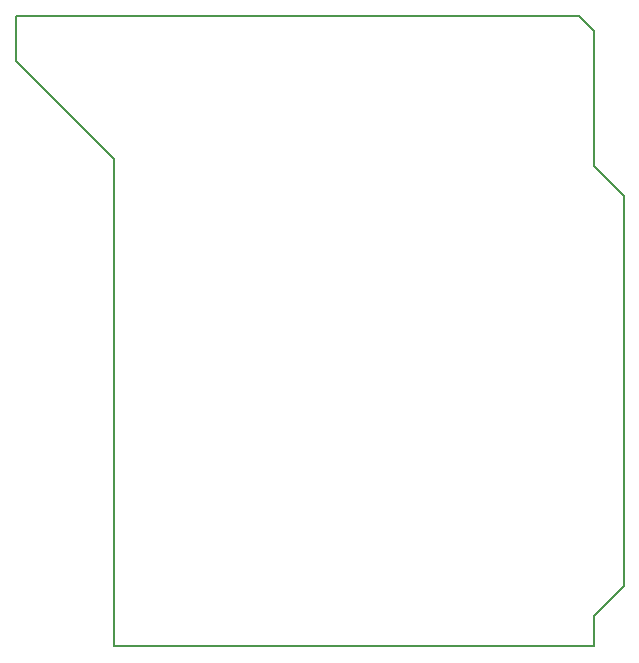
<source format=gbr>
G04 DipTrace 2.3.1.0*
%INminishiftjig_BoardOutline.gbr*%
%MOIN*%
%ADD11C,0.0055*%
%FSLAX44Y44*%
G04*
G70*
G90*
G75*
G01*
%LNBoardOutline*%
%LPD*%
X22687Y24937D2*
D11*
X3937D1*
Y23437D1*
X7187Y20187D1*
Y3937D1*
X23187D1*
Y4937D1*
X24187Y5937D1*
Y18937D1*
X23187Y19937D1*
Y24437D1*
X22687Y24937D1*
M02*

</source>
